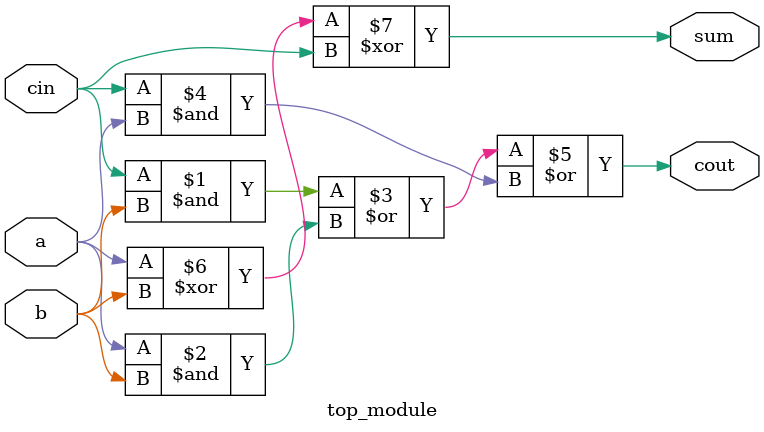
<source format=v>

module top_module( 
    input a, b, cin,
    output cout, sum );
    
    assign cout = (cin&b) | (a&b) | (cin&a);
    assign sum = a ^ b ^ cin;
    //assign {cout, sum} = a+b+cin; also works!
endmodule

</source>
